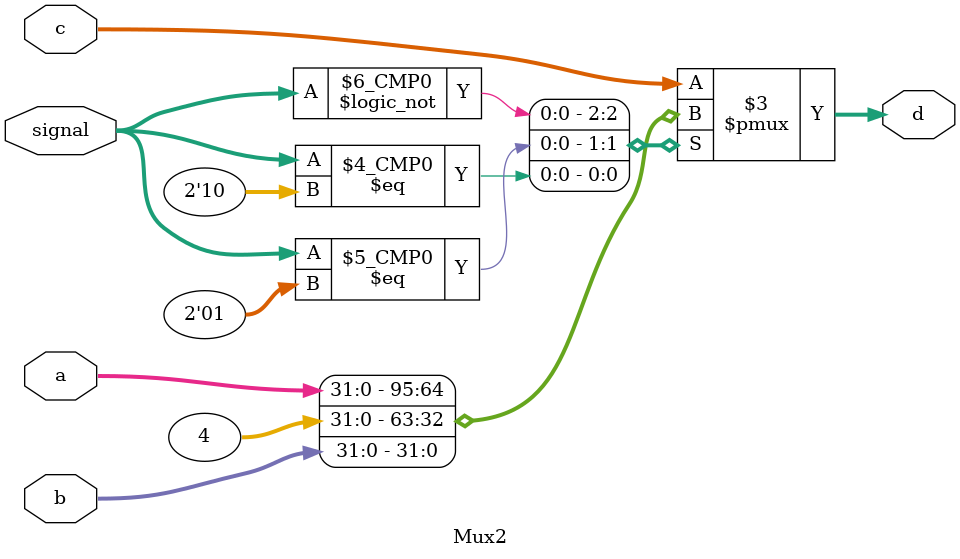
<source format=v>
`timescale 1ns / 1ps
module Mux1(
    input signal,
    input [31:0]a,b,
    output [31:0]c
    );
    assign c=signal?b:a;
endmodule


module Mux2(
    input [1:0]signal,
    input [31:0]a,b,c,
    output reg[31:0]d
    );
    always @* begin
        case (signal)
            2'b00: d=a;
            2'b01: d=32'd4;
            2'b10: d=b;
            default: d=c;
        endcase
    end
    
endmodule

</source>
